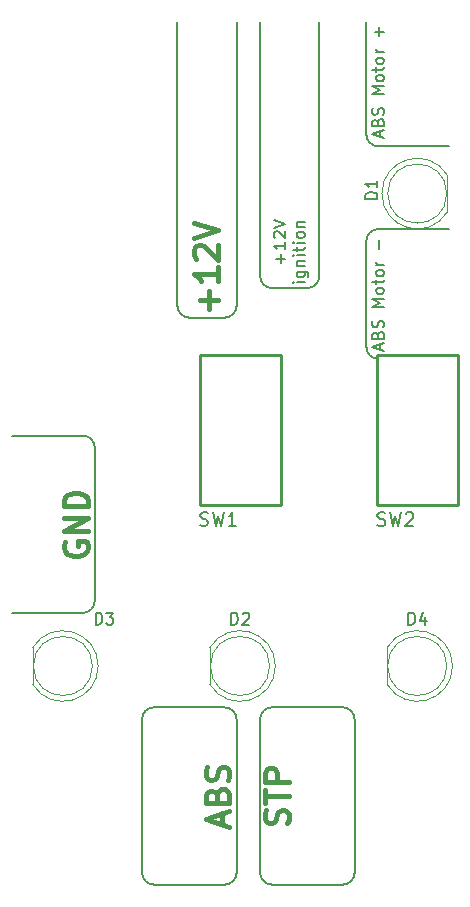
<source format=gbr>
%TF.GenerationSoftware,KiCad,Pcbnew,6.0.5*%
%TF.CreationDate,2022-09-21T01:14:05+02:00*%
%TF.ProjectId,ABS_Simulator_Panel,4142535f-5369-46d7-956c-61746f725f50,1.1*%
%TF.SameCoordinates,Original*%
%TF.FileFunction,Legend,Top*%
%TF.FilePolarity,Positive*%
%FSLAX46Y46*%
G04 Gerber Fmt 4.6, Leading zero omitted, Abs format (unit mm)*
G04 Created by KiCad (PCBNEW 6.0.5) date 2022-09-21 01:14:05*
%MOMM*%
%LPD*%
G01*
G04 APERTURE LIST*
%ADD10C,0.150000*%
%ADD11C,0.200000*%
%ADD12C,0.400000*%
%ADD13C,0.152000*%
%ADD14C,0.120000*%
%ADD15C,0.254000*%
G04 APERTURE END LIST*
D10*
X62500000Y-111500000D02*
X62500000Y-124500000D01*
X76500000Y-75000000D02*
G75*
G03*
X77500000Y-74000000I0J1000000D01*
G01*
X70500000Y-76500000D02*
X70500000Y-52500000D01*
X72500000Y-124500000D02*
G75*
G03*
X73500000Y-125500000I1000000J0D01*
G01*
X66500000Y-77500000D02*
X69500000Y-77500000D01*
X73500000Y-110500000D02*
X79500000Y-110500000D01*
X72500000Y-74000000D02*
X72500000Y-52500000D01*
X70500000Y-111500000D02*
G75*
G03*
X69500000Y-110500000I-1000000J0D01*
G01*
X81500000Y-52500000D02*
X81500000Y-62000000D01*
X65500000Y-76500000D02*
G75*
G03*
X66500000Y-77500000I1000000J0D01*
G01*
X69500000Y-77500000D02*
G75*
G03*
X70500000Y-76500000I0J1000000D01*
G01*
X63500000Y-110500000D02*
X69500000Y-110500000D01*
X72500000Y-74000000D02*
G75*
G03*
X73500000Y-75000000I1000000J0D01*
G01*
X77500000Y-74000000D02*
X77500000Y-52500000D01*
X82500000Y-70000000D02*
G75*
G03*
X81500000Y-71000000I0J-1000000D01*
G01*
X80500000Y-111500000D02*
X80500000Y-124500000D01*
X73500000Y-110500000D02*
G75*
G03*
X72500000Y-111500000I0J-1000000D01*
G01*
X63500000Y-125500000D02*
X69500000Y-125500000D01*
X58500000Y-101500000D02*
X58500000Y-88500000D01*
X63500000Y-110500000D02*
G75*
G03*
X62500000Y-111500000I0J-1000000D01*
G01*
X80500000Y-111500000D02*
G75*
G03*
X79500000Y-110500000I-1000000J0D01*
G01*
X82500000Y-63000000D02*
X88500000Y-63000000D01*
X73500000Y-75000000D02*
X76500000Y-75000000D01*
X65500000Y-76500000D02*
X65500000Y-52500000D01*
X69500000Y-125500000D02*
G75*
G03*
X70500000Y-124500000I0J1000000D01*
G01*
X81500000Y-62000000D02*
G75*
G03*
X82500000Y-63000000I1000000J0D01*
G01*
X57500000Y-87500000D02*
X51500000Y-87500000D01*
X81500000Y-80000000D02*
G75*
G03*
X82500000Y-81000000I1000000J0D01*
G01*
X57500000Y-102500000D02*
X51500000Y-102500000D01*
X72500000Y-111500000D02*
X72500000Y-124500000D01*
X62500000Y-124500000D02*
G75*
G03*
X63500000Y-125500000I1000000J0D01*
G01*
X70500000Y-111500000D02*
X70500000Y-124500000D01*
X58500000Y-88500000D02*
G75*
G03*
X57500000Y-87500000I-1000000J0D01*
G01*
X79500000Y-125500000D02*
G75*
G03*
X80500000Y-124500000I0J1000000D01*
G01*
X81500000Y-71000000D02*
X81500000Y-80000000D01*
X82500000Y-70000000D02*
X88500000Y-70000000D01*
X73500000Y-125500000D02*
X79500000Y-125500000D01*
X57500000Y-102500000D02*
G75*
G03*
X58500000Y-101500000I0J1000000D01*
G01*
D11*
X74266428Y-72891904D02*
X74266428Y-72130000D01*
X74647380Y-72510952D02*
X73885476Y-72510952D01*
X74647380Y-71130000D02*
X74647380Y-71701428D01*
X74647380Y-71415714D02*
X73647380Y-71415714D01*
X73790238Y-71510952D01*
X73885476Y-71606190D01*
X73933095Y-71701428D01*
X73742619Y-70749047D02*
X73695000Y-70701428D01*
X73647380Y-70606190D01*
X73647380Y-70368095D01*
X73695000Y-70272857D01*
X73742619Y-70225238D01*
X73837857Y-70177619D01*
X73933095Y-70177619D01*
X74075952Y-70225238D01*
X74647380Y-70796666D01*
X74647380Y-70177619D01*
X73647380Y-69891904D02*
X74647380Y-69558571D01*
X73647380Y-69225238D01*
X76257380Y-74510952D02*
X75590714Y-74510952D01*
X75257380Y-74510952D02*
X75305000Y-74558571D01*
X75352619Y-74510952D01*
X75305000Y-74463333D01*
X75257380Y-74510952D01*
X75352619Y-74510952D01*
X75590714Y-73606190D02*
X76400238Y-73606190D01*
X76495476Y-73653809D01*
X76543095Y-73701428D01*
X76590714Y-73796666D01*
X76590714Y-73939523D01*
X76543095Y-74034761D01*
X76209761Y-73606190D02*
X76257380Y-73701428D01*
X76257380Y-73891904D01*
X76209761Y-73987142D01*
X76162142Y-74034761D01*
X76066904Y-74082380D01*
X75781190Y-74082380D01*
X75685952Y-74034761D01*
X75638333Y-73987142D01*
X75590714Y-73891904D01*
X75590714Y-73701428D01*
X75638333Y-73606190D01*
X75590714Y-73130000D02*
X76257380Y-73130000D01*
X75685952Y-73130000D02*
X75638333Y-73082380D01*
X75590714Y-72987142D01*
X75590714Y-72844285D01*
X75638333Y-72749047D01*
X75733571Y-72701428D01*
X76257380Y-72701428D01*
X76257380Y-72225238D02*
X75590714Y-72225238D01*
X75257380Y-72225238D02*
X75305000Y-72272857D01*
X75352619Y-72225238D01*
X75305000Y-72177619D01*
X75257380Y-72225238D01*
X75352619Y-72225238D01*
X75590714Y-71891904D02*
X75590714Y-71510952D01*
X75257380Y-71749047D02*
X76114523Y-71749047D01*
X76209761Y-71701428D01*
X76257380Y-71606190D01*
X76257380Y-71510952D01*
X76257380Y-71177619D02*
X75590714Y-71177619D01*
X75257380Y-71177619D02*
X75305000Y-71225238D01*
X75352619Y-71177619D01*
X75305000Y-71130000D01*
X75257380Y-71177619D01*
X75352619Y-71177619D01*
X76257380Y-70558571D02*
X76209761Y-70653809D01*
X76162142Y-70701428D01*
X76066904Y-70749047D01*
X75781190Y-70749047D01*
X75685952Y-70701428D01*
X75638333Y-70653809D01*
X75590714Y-70558571D01*
X75590714Y-70415714D01*
X75638333Y-70320476D01*
X75685952Y-70272857D01*
X75781190Y-70225238D01*
X76066904Y-70225238D01*
X76162142Y-70272857D01*
X76209761Y-70320476D01*
X76257380Y-70415714D01*
X76257380Y-70558571D01*
X75590714Y-69796666D02*
X76257380Y-69796666D01*
X75685952Y-69796666D02*
X75638333Y-69749047D01*
X75590714Y-69653809D01*
X75590714Y-69510952D01*
X75638333Y-69415714D01*
X75733571Y-69368095D01*
X76257380Y-69368095D01*
D12*
X74809523Y-120333333D02*
X74904761Y-120047619D01*
X74904761Y-119571428D01*
X74809523Y-119380952D01*
X74714285Y-119285714D01*
X74523809Y-119190476D01*
X74333333Y-119190476D01*
X74142857Y-119285714D01*
X74047619Y-119380952D01*
X73952380Y-119571428D01*
X73857142Y-119952380D01*
X73761904Y-120142857D01*
X73666666Y-120238095D01*
X73476190Y-120333333D01*
X73285714Y-120333333D01*
X73095238Y-120238095D01*
X73000000Y-120142857D01*
X72904761Y-119952380D01*
X72904761Y-119476190D01*
X73000000Y-119190476D01*
X72904761Y-118619047D02*
X72904761Y-117476190D01*
X74904761Y-118047619D02*
X72904761Y-118047619D01*
X74904761Y-116809523D02*
X72904761Y-116809523D01*
X72904761Y-116047619D01*
X73000000Y-115857142D01*
X73095238Y-115761904D01*
X73285714Y-115666666D01*
X73571428Y-115666666D01*
X73761904Y-115761904D01*
X73857142Y-115857142D01*
X73952380Y-116047619D01*
X73952380Y-116809523D01*
X69311670Y-120399366D02*
X69311670Y-119446985D01*
X69883098Y-120589842D02*
X67883098Y-119923175D01*
X69883098Y-119256509D01*
X68835479Y-117923175D02*
X68930717Y-117637461D01*
X69025956Y-117542223D01*
X69216432Y-117446985D01*
X69502146Y-117446985D01*
X69692622Y-117542223D01*
X69787860Y-117637461D01*
X69883098Y-117827937D01*
X69883098Y-118589842D01*
X67883098Y-118589842D01*
X67883098Y-117923175D01*
X67978337Y-117732699D01*
X68073575Y-117637461D01*
X68264051Y-117542223D01*
X68454527Y-117542223D01*
X68645003Y-117637461D01*
X68740241Y-117732699D01*
X68835479Y-117923175D01*
X68835479Y-118589842D01*
X69787860Y-116685080D02*
X69883098Y-116399366D01*
X69883098Y-115923175D01*
X69787860Y-115732699D01*
X69692622Y-115637461D01*
X69502146Y-115542223D01*
X69311670Y-115542223D01*
X69121194Y-115637461D01*
X69025956Y-115732699D01*
X68930717Y-115923175D01*
X68835479Y-116304128D01*
X68740241Y-116494604D01*
X68645003Y-116589842D01*
X68454527Y-116685080D01*
X68264051Y-116685080D01*
X68073575Y-116589842D01*
X67978337Y-116494604D01*
X67883098Y-116304128D01*
X67883098Y-115827937D01*
X67978337Y-115542223D01*
D11*
X82688329Y-62195871D02*
X82688329Y-61719681D01*
X82974043Y-62291109D02*
X81974043Y-61957776D01*
X82974043Y-61624443D01*
X82450234Y-60957776D02*
X82497853Y-60814919D01*
X82545472Y-60767300D01*
X82640710Y-60719681D01*
X82783567Y-60719681D01*
X82878805Y-60767300D01*
X82926424Y-60814919D01*
X82974043Y-60910157D01*
X82974043Y-61291109D01*
X81974043Y-61291109D01*
X81974043Y-60957776D01*
X82021663Y-60862538D01*
X82069282Y-60814919D01*
X82164520Y-60767300D01*
X82259758Y-60767300D01*
X82354996Y-60814919D01*
X82402615Y-60862538D01*
X82450234Y-60957776D01*
X82450234Y-61291109D01*
X82926424Y-60338728D02*
X82974043Y-60195871D01*
X82974043Y-59957776D01*
X82926424Y-59862538D01*
X82878805Y-59814919D01*
X82783567Y-59767300D01*
X82688329Y-59767300D01*
X82593091Y-59814919D01*
X82545472Y-59862538D01*
X82497853Y-59957776D01*
X82450234Y-60148252D01*
X82402615Y-60243490D01*
X82354996Y-60291109D01*
X82259758Y-60338728D01*
X82164520Y-60338728D01*
X82069282Y-60291109D01*
X82021663Y-60243490D01*
X81974043Y-60148252D01*
X81974043Y-59910157D01*
X82021663Y-59767300D01*
X82974043Y-58576824D02*
X81974043Y-58576824D01*
X82688329Y-58243490D01*
X81974043Y-57910157D01*
X82974043Y-57910157D01*
X82974043Y-57291109D02*
X82926424Y-57386347D01*
X82878805Y-57433966D01*
X82783567Y-57481585D01*
X82497853Y-57481585D01*
X82402615Y-57433966D01*
X82354996Y-57386347D01*
X82307377Y-57291109D01*
X82307377Y-57148252D01*
X82354996Y-57053014D01*
X82402615Y-57005395D01*
X82497853Y-56957776D01*
X82783567Y-56957776D01*
X82878805Y-57005395D01*
X82926424Y-57053014D01*
X82974043Y-57148252D01*
X82974043Y-57291109D01*
X82307377Y-56672062D02*
X82307377Y-56291109D01*
X81974043Y-56529205D02*
X82831186Y-56529205D01*
X82926424Y-56481585D01*
X82974043Y-56386347D01*
X82974043Y-56291109D01*
X82974043Y-55814919D02*
X82926424Y-55910157D01*
X82878805Y-55957776D01*
X82783567Y-56005395D01*
X82497853Y-56005395D01*
X82402615Y-55957776D01*
X82354996Y-55910157D01*
X82307377Y-55814919D01*
X82307377Y-55672062D01*
X82354996Y-55576824D01*
X82402615Y-55529205D01*
X82497853Y-55481585D01*
X82783567Y-55481585D01*
X82878805Y-55529205D01*
X82926424Y-55576824D01*
X82974043Y-55672062D01*
X82974043Y-55814919D01*
X82974043Y-55053014D02*
X82307377Y-55053014D01*
X82497853Y-55053014D02*
X82402615Y-55005395D01*
X82354996Y-54957776D01*
X82307377Y-54862538D01*
X82307377Y-54767300D01*
X82593091Y-53672062D02*
X82593091Y-52910157D01*
X82974043Y-53291109D02*
X82212139Y-53291109D01*
X82688329Y-80195871D02*
X82688329Y-79719681D01*
X82974043Y-80291109D02*
X81974043Y-79957776D01*
X82974043Y-79624443D01*
X82450234Y-78957776D02*
X82497853Y-78814919D01*
X82545472Y-78767300D01*
X82640710Y-78719681D01*
X82783567Y-78719681D01*
X82878805Y-78767300D01*
X82926424Y-78814919D01*
X82974043Y-78910157D01*
X82974043Y-79291109D01*
X81974043Y-79291109D01*
X81974043Y-78957776D01*
X82021663Y-78862538D01*
X82069282Y-78814919D01*
X82164520Y-78767300D01*
X82259758Y-78767300D01*
X82354996Y-78814919D01*
X82402615Y-78862538D01*
X82450234Y-78957776D01*
X82450234Y-79291109D01*
X82926424Y-78338728D02*
X82974043Y-78195871D01*
X82974043Y-77957776D01*
X82926424Y-77862538D01*
X82878805Y-77814919D01*
X82783567Y-77767300D01*
X82688329Y-77767300D01*
X82593091Y-77814919D01*
X82545472Y-77862538D01*
X82497853Y-77957776D01*
X82450234Y-78148252D01*
X82402615Y-78243490D01*
X82354996Y-78291109D01*
X82259758Y-78338728D01*
X82164520Y-78338728D01*
X82069282Y-78291109D01*
X82021663Y-78243490D01*
X81974043Y-78148252D01*
X81974043Y-77910157D01*
X82021663Y-77767300D01*
X82974043Y-76576824D02*
X81974043Y-76576824D01*
X82688329Y-76243490D01*
X81974043Y-75910157D01*
X82974043Y-75910157D01*
X82974043Y-75291109D02*
X82926424Y-75386347D01*
X82878805Y-75433966D01*
X82783567Y-75481585D01*
X82497853Y-75481585D01*
X82402615Y-75433966D01*
X82354996Y-75386347D01*
X82307377Y-75291109D01*
X82307377Y-75148252D01*
X82354996Y-75053014D01*
X82402615Y-75005395D01*
X82497853Y-74957776D01*
X82783567Y-74957776D01*
X82878805Y-75005395D01*
X82926424Y-75053014D01*
X82974043Y-75148252D01*
X82974043Y-75291109D01*
X82307377Y-74672062D02*
X82307377Y-74291109D01*
X81974043Y-74529205D02*
X82831186Y-74529205D01*
X82926424Y-74481585D01*
X82974043Y-74386347D01*
X82974043Y-74291109D01*
X82974043Y-73814919D02*
X82926424Y-73910157D01*
X82878805Y-73957776D01*
X82783567Y-74005395D01*
X82497853Y-74005395D01*
X82402615Y-73957776D01*
X82354996Y-73910157D01*
X82307377Y-73814919D01*
X82307377Y-73672062D01*
X82354996Y-73576824D01*
X82402615Y-73529205D01*
X82497853Y-73481585D01*
X82783567Y-73481585D01*
X82878805Y-73529205D01*
X82926424Y-73576824D01*
X82974043Y-73672062D01*
X82974043Y-73814919D01*
X82974043Y-73053014D02*
X82307377Y-73053014D01*
X82497853Y-73053014D02*
X82402615Y-73005395D01*
X82354996Y-72957776D01*
X82307377Y-72862538D01*
X82307377Y-72767300D01*
X82593091Y-71672062D02*
X82593091Y-70910157D01*
D12*
X56000000Y-96523809D02*
X55904761Y-96714285D01*
X55904761Y-97000000D01*
X56000000Y-97285714D01*
X56190476Y-97476190D01*
X56380952Y-97571428D01*
X56761904Y-97666666D01*
X57047619Y-97666666D01*
X57428571Y-97571428D01*
X57619047Y-97476190D01*
X57809523Y-97285714D01*
X57904761Y-97000000D01*
X57904761Y-96809523D01*
X57809523Y-96523809D01*
X57714285Y-96428571D01*
X57047619Y-96428571D01*
X57047619Y-96809523D01*
X57904761Y-95571428D02*
X55904761Y-95571428D01*
X57904761Y-94428571D01*
X55904761Y-94428571D01*
X57904761Y-93476190D02*
X55904761Y-93476190D01*
X55904761Y-93000000D01*
X56000000Y-92714285D01*
X56190476Y-92523809D01*
X56380952Y-92428571D01*
X56761904Y-92333333D01*
X57047619Y-92333333D01*
X57428571Y-92428571D01*
X57619047Y-92523809D01*
X57809523Y-92714285D01*
X57904761Y-93000000D01*
X57904761Y-93476190D01*
X68142857Y-76783809D02*
X68142857Y-75260000D01*
X68904761Y-76021904D02*
X67380952Y-76021904D01*
X68904761Y-73260000D02*
X68904761Y-74402857D01*
X68904761Y-73831428D02*
X66904761Y-73831428D01*
X67190476Y-74021904D01*
X67380952Y-74212380D01*
X67476190Y-74402857D01*
X67095238Y-72498095D02*
X67000000Y-72402857D01*
X66904761Y-72212380D01*
X66904761Y-71736190D01*
X67000000Y-71545714D01*
X67095238Y-71450476D01*
X67285714Y-71355238D01*
X67476190Y-71355238D01*
X67761904Y-71450476D01*
X68904761Y-72593333D01*
X68904761Y-71355238D01*
X66904761Y-70783809D02*
X68904761Y-70117142D01*
X66904761Y-69450476D01*
D10*
%TO.C,D1*%
X82412380Y-67438095D02*
X81412380Y-67438095D01*
X81412380Y-67200000D01*
X81460000Y-67057142D01*
X81555238Y-66961904D01*
X81650476Y-66914285D01*
X81840952Y-66866666D01*
X81983809Y-66866666D01*
X82174285Y-66914285D01*
X82269523Y-66961904D01*
X82364761Y-67057142D01*
X82412380Y-67200000D01*
X82412380Y-67438095D01*
X82412380Y-65914285D02*
X82412380Y-66485714D01*
X82412380Y-66200000D02*
X81412380Y-66200000D01*
X81555238Y-66295238D01*
X81650476Y-66390476D01*
X81698095Y-66485714D01*
%TO.C,D3*%
X58561904Y-103492380D02*
X58561904Y-102492380D01*
X58800000Y-102492380D01*
X58942857Y-102540000D01*
X59038095Y-102635238D01*
X59085714Y-102730476D01*
X59133333Y-102920952D01*
X59133333Y-103063809D01*
X59085714Y-103254285D01*
X59038095Y-103349523D01*
X58942857Y-103444761D01*
X58800000Y-103492380D01*
X58561904Y-103492380D01*
X59466666Y-102492380D02*
X60085714Y-102492380D01*
X59752380Y-102873333D01*
X59895238Y-102873333D01*
X59990476Y-102920952D01*
X60038095Y-102968571D01*
X60085714Y-103063809D01*
X60085714Y-103301904D01*
X60038095Y-103397142D01*
X59990476Y-103444761D01*
X59895238Y-103492380D01*
X59609523Y-103492380D01*
X59514285Y-103444761D01*
X59466666Y-103397142D01*
%TO.C,D4*%
X85061904Y-103492380D02*
X85061904Y-102492380D01*
X85300000Y-102492380D01*
X85442857Y-102540000D01*
X85538095Y-102635238D01*
X85585714Y-102730476D01*
X85633333Y-102920952D01*
X85633333Y-103063809D01*
X85585714Y-103254285D01*
X85538095Y-103349523D01*
X85442857Y-103444761D01*
X85300000Y-103492380D01*
X85061904Y-103492380D01*
X86490476Y-102825714D02*
X86490476Y-103492380D01*
X86252380Y-102444761D02*
X86014285Y-103159047D01*
X86633333Y-103159047D01*
D13*
%TO.C,SW1*%
X67435485Y-95074642D02*
X67598771Y-95129071D01*
X67870914Y-95129071D01*
X67979771Y-95074642D01*
X68034200Y-95020214D01*
X68088628Y-94911357D01*
X68088628Y-94802500D01*
X68034200Y-94693642D01*
X67979771Y-94639214D01*
X67870914Y-94584785D01*
X67653200Y-94530357D01*
X67544342Y-94475928D01*
X67489914Y-94421500D01*
X67435485Y-94312642D01*
X67435485Y-94203785D01*
X67489914Y-94094928D01*
X67544342Y-94040500D01*
X67653200Y-93986071D01*
X67925342Y-93986071D01*
X68088628Y-94040500D01*
X68469628Y-93986071D02*
X68741771Y-95129071D01*
X68959485Y-94312642D01*
X69177200Y-95129071D01*
X69449342Y-93986071D01*
X70483485Y-95129071D02*
X69830342Y-95129071D01*
X70156914Y-95129071D02*
X70156914Y-93986071D01*
X70048057Y-94149357D01*
X69939200Y-94258214D01*
X69830342Y-94312642D01*
%TO.C,SW2*%
X82435485Y-95074642D02*
X82598771Y-95129071D01*
X82870914Y-95129071D01*
X82979771Y-95074642D01*
X83034200Y-95020214D01*
X83088628Y-94911357D01*
X83088628Y-94802500D01*
X83034200Y-94693642D01*
X82979771Y-94639214D01*
X82870914Y-94584785D01*
X82653200Y-94530357D01*
X82544342Y-94475928D01*
X82489914Y-94421500D01*
X82435485Y-94312642D01*
X82435485Y-94203785D01*
X82489914Y-94094928D01*
X82544342Y-94040500D01*
X82653200Y-93986071D01*
X82925342Y-93986071D01*
X83088628Y-94040500D01*
X83469628Y-93986071D02*
X83741771Y-95129071D01*
X83959485Y-94312642D01*
X84177200Y-95129071D01*
X84449342Y-93986071D01*
X84830342Y-94094928D02*
X84884771Y-94040500D01*
X84993628Y-93986071D01*
X85265771Y-93986071D01*
X85374628Y-94040500D01*
X85429057Y-94094928D01*
X85483485Y-94203785D01*
X85483485Y-94312642D01*
X85429057Y-94475928D01*
X84775914Y-95129071D01*
X85483485Y-95129071D01*
D10*
%TO.C,D2*%
X70056904Y-103492380D02*
X70056904Y-102492380D01*
X70295000Y-102492380D01*
X70437857Y-102540000D01*
X70533095Y-102635238D01*
X70580714Y-102730476D01*
X70628333Y-102920952D01*
X70628333Y-103063809D01*
X70580714Y-103254285D01*
X70533095Y-103349523D01*
X70437857Y-103444761D01*
X70295000Y-103492380D01*
X70056904Y-103492380D01*
X71009285Y-102587619D02*
X71056904Y-102540000D01*
X71152142Y-102492380D01*
X71390238Y-102492380D01*
X71485476Y-102540000D01*
X71533095Y-102587619D01*
X71580714Y-102682857D01*
X71580714Y-102778095D01*
X71533095Y-102920952D01*
X70961666Y-103492380D01*
X71580714Y-103492380D01*
D14*
%TO.C,D1*%
X88360000Y-68545000D02*
X88360000Y-65455000D01*
X82810000Y-66999538D02*
G75*
G03*
X88360000Y-68544830I2990000J-462D01*
G01*
X88360000Y-65455170D02*
G75*
G03*
X82810000Y-67000462I-2560000J-1544830D01*
G01*
X88300000Y-67000000D02*
G75*
G03*
X88300000Y-67000000I-2500000J0D01*
G01*
%TO.C,D3*%
X53240000Y-105455000D02*
X53240000Y-108545000D01*
X53240000Y-108544830D02*
G75*
G03*
X58790000Y-106999538I2560000J1544830D01*
G01*
X58790000Y-107000462D02*
G75*
G03*
X53240000Y-105455170I-2990000J462D01*
G01*
X58300000Y-107000000D02*
G75*
G03*
X58300000Y-107000000I-2500000J0D01*
G01*
%TO.C,D4*%
X83240000Y-105455000D02*
X83240000Y-108545000D01*
X88790000Y-107000462D02*
G75*
G03*
X83240000Y-105455170I-2990000J462D01*
G01*
X83240000Y-108544830D02*
G75*
G03*
X88790000Y-106999538I2560000J1544830D01*
G01*
X88300000Y-107000000D02*
G75*
G03*
X88300000Y-107000000I-2500000J0D01*
G01*
D15*
%TO.C,SW1*%
X74230000Y-93350000D02*
X74230000Y-80650000D01*
X74230000Y-80650000D02*
X67370000Y-80650000D01*
X67370000Y-93350000D02*
X67370000Y-80650000D01*
X74230000Y-93350000D02*
X67370000Y-93350000D01*
%TO.C,SW2*%
X89230000Y-93350000D02*
X89230000Y-80650000D01*
X89230000Y-93350000D02*
X82370000Y-93350000D01*
X89230000Y-80650000D02*
X82370000Y-80650000D01*
X82370000Y-93350000D02*
X82370000Y-80650000D01*
D14*
%TO.C,D2*%
X68235000Y-105455000D02*
X68235000Y-108545000D01*
X73785000Y-107000462D02*
G75*
G03*
X68235000Y-105455170I-2990000J462D01*
G01*
X68235000Y-108544830D02*
G75*
G03*
X73785000Y-106999538I2560000J1544830D01*
G01*
X73295000Y-107000000D02*
G75*
G03*
X73295000Y-107000000I-2500000J0D01*
G01*
%TD*%
M02*

</source>
